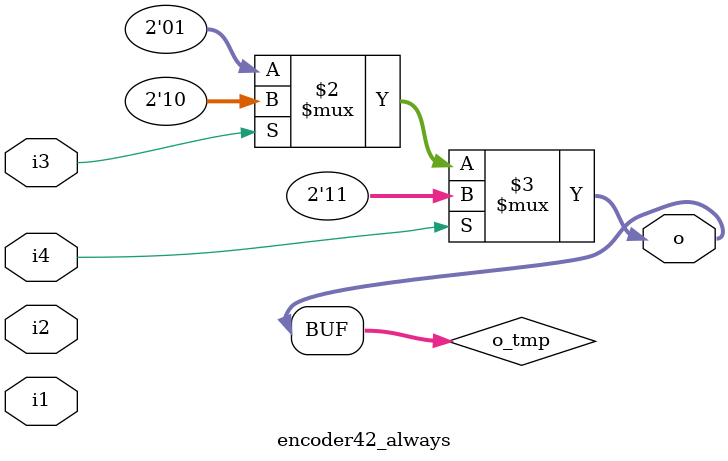
<source format=v>
module encoder42_always(
input i1, // input 1
input i2, // input 2
input i3, // input 3
input i4, // input 4
output[1:0] o // output 2
);

reg [1:0] o_tmp;
always @*

	o_tmp = i4 ? 2'b11:
			i3 ? 2'b10:
			12 ? 2'b01:
			2'b00;
	
assign o = o_tmp;

endmodule

</source>
